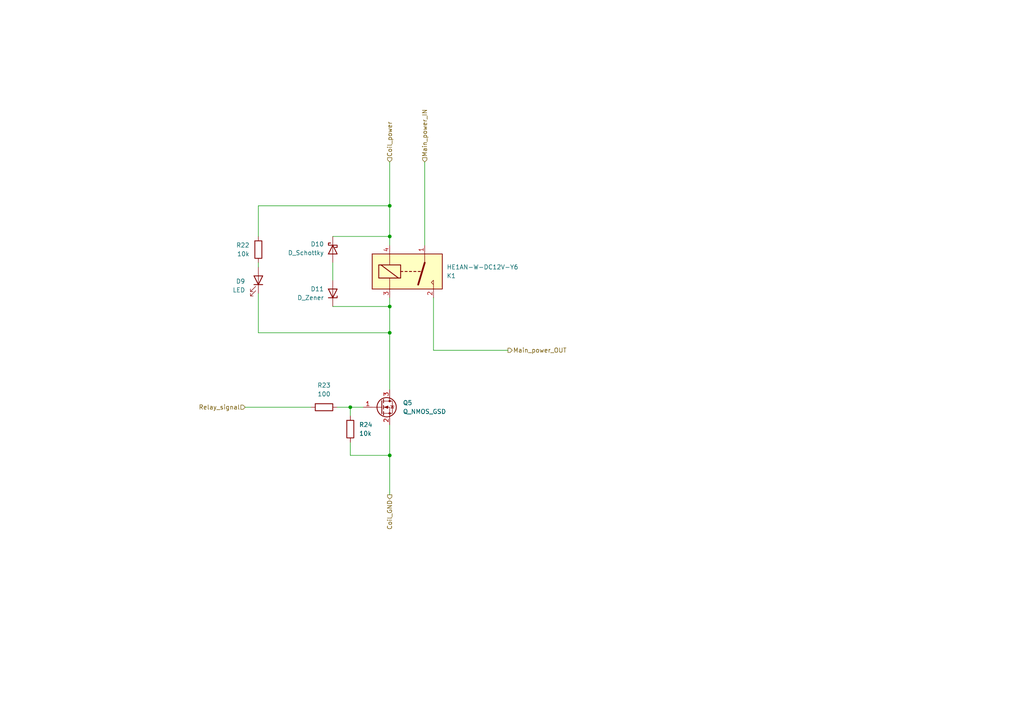
<source format=kicad_sch>
(kicad_sch (version 20230121) (generator eeschema)
  (paper "A4")
  (lib_symbols
    (symbol "Device:D_Schottky" (pin_numbers hide) (pin_names (offset 1.016) hide)
      (property "Reference" "D" (at 0 2.54 0))
      (property "Value" "D_Schottky" (at 0 -2.54 0))
      (symbol "D_Schottky_0_1"
        (polyline (pts (xy 1.27 0) (xy -1.27 0)))
        (polyline (pts (xy 1.27 1.27) (xy 1.27 -1.27) (xy -1.27 0) (xy 1.27 1.27)) (stroke (width 0.254)))
        (polyline (pts (xy -1.905 0.635) (xy -1.905 1.27) (xy -1.27 1.27) (xy -1.27 -1.27) (xy -0.635 -1.27) (xy -0.635 -0.635)) (stroke (width 0.254)))
      )
      (symbol "D_Schottky_1_1"
        (pin passive line (at -3.81 0 0) (length 2.54) (name "K") (number "1"))
        (pin passive line (at 3.81 0 180) (length 2.54) (name "A") (number "2"))
      )
    )
    (symbol "Device:D_Zener" (pin_numbers hide) (pin_names (offset 1.016) hide)
      (property "Reference" "D" (at 0 2.54 0))
      (property "Value" "D_Zener" (at 0 -2.54 0))
      (symbol "D_Zener_0_1"
        (polyline (pts (xy 1.27 0) (xy -1.27 0)))
        (polyline (pts (xy -1.27 -1.27) (xy -1.27 1.27) (xy -0.762 1.27)) (stroke (width 0.254)))
        (polyline (pts (xy 1.27 -1.27) (xy 1.27 1.27) (xy -1.27 0) (xy 1.27 -1.27)) (stroke (width 0.254)))
      )
      (symbol "D_Zener_1_1"
        (pin passive line (at -3.81 0 0) (length 2.54) (name "K") (number "1"))
        (pin passive line (at 3.81 0 180) (length 2.54) (name "A") (number "2"))
      )
    )
    (symbol "Device:LED" (pin_numbers hide) (pin_names (offset 1.016) hide)
      (property "Reference" "D" (at 0 2.54 0))
      (property "Value" "LED" (at 0 -2.54 0))
      (symbol "LED_0_1"
        (polyline (pts (xy -1.27 -1.27) (xy -1.27 1.27)) (stroke (width 0.254)))
        (polyline (pts (xy -1.27 0) (xy 1.27 0)))
        (polyline (pts (xy 1.27 -1.27) (xy 1.27 1.27) (xy -1.27 0) (xy 1.27 -1.27)) (stroke (width 0.254)))
        (polyline (pts (xy -3.048 -0.762) (xy -4.572 -2.286) (xy -3.81 -2.286) (xy -4.572 -2.286) (xy -4.572 -1.524)))
        (polyline (pts (xy -1.778 -0.762) (xy -3.302 -2.286) (xy -2.54 -2.286) (xy -3.302 -2.286) (xy -3.302 -1.524)))
      )
      (symbol "LED_1_1"
        (pin passive line (at -3.81 0 0) (length 2.54) (name "K") (number "1"))
        (pin passive line (at 3.81 0 180) (length 2.54) (name "A") (number "2"))
      )
    )
    (symbol "Device:Q_NMOS_GSD" (pin_names (offset 0) hide)
      (property "Reference" "Q" (at 5.08 1.27 0))
      (property "Value" "Q_NMOS_GSD" (at 5.08 -1.27 0))
      (symbol "Q_NMOS_GSD_0_1"
        (polyline (pts (xy 0.254 0) (xy -2.54 0)))
        (polyline (pts (xy 0.254 1.905) (xy 0.254 -1.905)) (stroke (width 0.254)))
        (polyline (pts (xy 0.762 -1.27) (xy 0.762 -2.286)) (stroke (width 0.254)))
        (polyline (pts (xy 0.762 0.508) (xy 0.762 -0.508)) (stroke (width 0.254)))
        (polyline (pts (xy 0.762 2.286) (xy 0.762 1.27)) (stroke (width 0.254)))
        (polyline (pts (xy 2.54 2.54) (xy 2.54 1.778)))
        (polyline (pts (xy 2.54 -2.54) (xy 2.54 0) (xy 0.762 0)))
        (polyline (pts (xy 0.762 -1.778) (xy 3.302 -1.778) (xy 3.302 1.778) (xy 0.762 1.778)))
        (polyline (pts (xy 1.016 0) (xy 2.032 0.381) (xy 2.032 -0.381) (xy 1.016 0)) (fill (type outline)))
        (polyline (pts (xy 2.794 0.508) (xy 2.921 0.381) (xy 3.683 0.381) (xy 3.81 0.254)))
        (polyline (pts (xy 3.302 0.381) (xy 2.921 -0.254) (xy 3.683 -0.254) (xy 3.302 0.381)))
        (circle (center 1.651 0) (radius 2.794) (stroke (width 0.254)))
        (circle (center 2.54 -1.778) (radius 0.254) (fill (type outline)))
        (circle (center 2.54 1.778) (radius 0.254) (fill (type outline)))
      )
      (symbol "Q_NMOS_GSD_1_1"
        (pin input line (at -5.08 0 0) (length 2.54) (name "G") (number "1"))
        (pin passive line (at 2.54 -5.08 90) (length 2.54) (name "S") (number "2"))
        (pin passive line (at 2.54 5.08 270) (length 2.54) (name "D") (number "3"))
      )
    )
    (symbol "Device:R" (pin_numbers hide) (pin_names (offset 0))
      (property "Reference" "R" (at 2.032 0 90))
      (property "Value" "R" (at 0 0 90))
      (symbol "R_0_1"
        (rectangle (start -1.016 -2.54) (end 1.016 2.54) (stroke (width 0.254)))
      )
      (symbol "R_1_1"
        (pin passive line (at 0 3.81 270) (length 1.27) (name "~") (number "1"))
        (pin passive line (at 0 -3.81 90) (length 1.27) (name "~") (number "2"))
      )
    )
    (symbol "RDC_generic:HE1AN-W-DC12V-Y6"
      (property "Reference" "K" (at 12.7 3.81 0))
      (property "Value" "HE1AN-W-DC12V-Y6" (at 0 0 0))
      (symbol "HE1AN-W-DC12V-Y6_0_0"
        (polyline (pts (xy 7.62 13.97) (xy 7.62 11.43) (xy 6.985 12.065) (xy 7.62 12.7)))
      )
      (symbol "HE1AN-W-DC12V-Y6_0_1"
        (rectangle (start -10.16 13.97) (end 10.16 3.81) (stroke (width 0.254)) (fill (type background)))
        (rectangle (start -8.255 10.795) (end -1.905 6.985) (stroke (width 0.254)))
        (polyline (pts (xy -7.62 6.985) (xy -2.54 10.795)) (stroke (width 0.254)))
        (polyline (pts (xy -5.08 3.81) (xy -5.08 6.985)))
        (polyline (pts (xy -5.08 13.97) (xy -5.08 10.795)))
        (polyline (pts (xy -1.905 8.89) (xy -1.27 8.89)) (stroke (width 0.254)))
        (polyline (pts (xy -0.635 8.89) (xy 0 8.89)) (stroke (width 0.254)))
        (polyline (pts (xy 0.635 8.89) (xy 1.27 8.89)) (stroke (width 0.254)))
        (polyline (pts (xy 1.905 8.89) (xy 2.54 8.89)) (stroke (width 0.254)))
        (polyline (pts (xy 3.175 8.89) (xy 3.81 8.89)) (stroke (width 0.254)))
        (polyline (pts (xy 5.08 6.35) (xy 3.175 12.7)) (stroke (width 0.508)))
        (polyline (pts (xy 5.08 6.35) (xy 5.08 3.81)))
      )
      (symbol "HE1AN-W-DC12V-Y6_1_1"
        (pin passive line (at 5.08 1.27 90) (length 2.54) (name "~") (number "1"))
        (pin passive line (at 7.62 16.51 270) (length 2.54) (name "~") (number "2"))
        (pin passive line (at -5.08 16.51 270) (length 2.54) (name "~") (number "3"))
        (pin passive line (at -5.08 1.27 90) (length 2.54) (name "~") (number "4"))
      )
    )
  )
  (junction (at 113.03 96.52))
  (junction (at 113.03 88.9))
  (junction (at 113.03 132.08))
  (junction (at 101.6 118.11))
  (junction (at 113.03 68.58))
  (junction (at 113.03 59.69))
  (wire (pts (xy 113.03 86.36) (xy 113.03 88.9)))
  (wire (pts (xy 113.03 88.9) (xy 113.03 96.52)))
  (wire (pts (xy 101.6 118.11) (xy 105.41 118.11)))
  (wire (pts (xy 113.03 71.12) (xy 113.03 68.58)))
  (wire (pts (xy 101.6 128.27) (xy 101.6 132.08)))
  (wire (pts (xy 74.93 85.09) (xy 74.93 96.52)))
  (wire (pts (xy 74.93 76.2) (xy 74.93 77.47)))
  (wire (pts (xy 113.03 68.58) (xy 96.52 68.58)))
  (wire (pts (xy 125.73 101.6) (xy 147.32 101.6)))
  (wire (pts (xy 113.03 59.69) (xy 113.03 68.58)))
  (wire (pts (xy 74.93 59.69) (xy 113.03 59.69)))
  (wire (pts (xy 113.03 123.19) (xy 113.03 132.08)))
  (wire (pts (xy 113.03 132.08) (xy 113.03 143.51)))
  (wire (pts (xy 96.52 81.28) (xy 96.52 76.2)))
  (wire (pts (xy 113.03 88.9) (xy 96.52 88.9)))
  (wire (pts (xy 125.73 86.36) (xy 125.73 101.6)))
  (wire (pts (xy 71.12 118.11) (xy 90.17 118.11)))
  (wire (pts (xy 101.6 132.08) (xy 113.03 132.08)))
  (wire (pts (xy 113.03 46.99) (xy 113.03 59.69)))
  (wire (pts (xy 113.03 96.52) (xy 113.03 113.03)))
  (wire (pts (xy 123.19 46.99) (xy 123.19 71.12)))
  (wire (pts (xy 74.93 68.58) (xy 74.93 59.69)))
  (wire (pts (xy 101.6 118.11) (xy 101.6 120.65)))
  (wire (pts (xy 74.93 96.52) (xy 113.03 96.52)))
  (wire (pts (xy 97.79 118.11) (xy 101.6 118.11)))
  (hierarchical_label "Relay_signal" (shape input) (at 71.12 118.11 180))
  (hierarchical_label "Main_power_OUT" (shape output) (at 147.32 101.6 0))
  (hierarchical_label "Coil_GND" (shape output) (at 113.03 143.51 270))
  (hierarchical_label "Coil_power" (shape input) (at 113.03 46.99 90))
  (hierarchical_label "Main_power_IN" (shape input) (at 123.19 46.99 90))
  (symbol (lib_id "RDC_generic:HE1AN-W-DC12V-Y6") (at 118.11 69.85 0) (mirror x) (unit 1)
    (property "Reference" "K1" (at 129.54 80.01 0) (effects (justify left)))
    (property "Value" "HE1AN-W-DC12V-Y6" (at 129.54 77.47 0) (effects (justify left)))
    (property "Footprint" "RDC_generic:HE1AN-W-DC12V-Y6" (effects hide))
  )
  (symbol (lib_id "Device:R") (at 101.6 124.46 0) (mirror y) (unit 1)
    (property "Reference" "R24" (at 104.14 123.19 0) (effects (justify right)))
    (property "Value" "10k" (at 104.14 125.73 0) (effects (justify right)))
    (property "Footprint" "Resistor_SMD:R_0402_1005Metric" (effects hide))
  )
  (symbol (lib_id "Device:Q_NMOS_GSD") (at 110.49 118.11 0) (unit 1)
    (property "Reference" "Q5" (at 116.84 116.84 0) (effects (justify left)))
    (property "Value" "Q_NMOS_GSD" (at 116.84 119.38 0) (effects (justify left)))
    (property "Footprint" "Package_TO_SOT_SMD:SOT-23" (effects hide))
  )
  (symbol (lib_id "Device:R") (at 93.98 118.11 90) (mirror x) (unit 1)
    (property "Reference" "R23" (at 93.98 111.76 90))
    (property "Value" "100" (at 93.98 114.3 90))
    (property "Footprint" "Resistor_SMD:R_0402_1005Metric" (effects hide))
  )
  (symbol (lib_id "Device:D_Zener") (at 96.52 85.09 270) (mirror x) (unit 1)
    (property "Reference" "D11" (at 93.98 83.82 90) (effects (justify right)))
    (property "Value" "D_Zener" (at 93.98 86.36 90) (effects (justify right)))
    (property "Footprint" "Diode_SMD:D_SOD-123F" (effects hide))
  )
  (symbol (lib_id "Device:LED") (at 74.93 81.28 270) (mirror x) (unit 1)
    (property "Reference" "D9" (at 71.12 81.5975 90) (effects (justify right)))
    (property "Value" "LED" (at 71.12 84.1375 90) (effects (justify right)))
    (property "Footprint" "LED_SMD:LED_0603_1608Metric_Pad1.05x0.95mm_HandSolder" (effects hide))
  )
  (symbol (lib_id "Device:R") (at 74.93 72.39 0) (unit 1)
    (property "Reference" "R22" (at 72.39 71.12 0) (effects (justify right)))
    (property "Value" "10k" (at 72.39 73.66 0) (effects (justify right)))
    (property "Footprint" "Resistor_SMD:R_0402_1005Metric" (effects hide))
  )
  (symbol (lib_id "Device:D_Schottky") (at 96.52 72.39 90) (mirror x) (unit 1)
    (property "Reference" "D10" (at 93.98 70.8025 90) (effects (justify left)))
    (property "Value" "D_Schottky" (at 93.98 73.3425 90) (effects (justify left)))
    (property "Footprint" "Diode_SMD:D_SOD-123F" (effects hide))
    (property "LCSC" "C22466347" (effects hide))
  )
)
</source>
